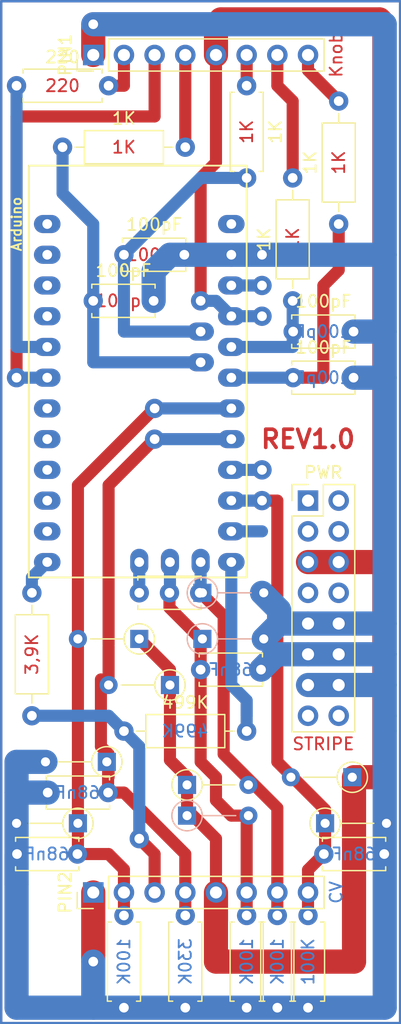
<source format=kicad_pcb>
(kicad_pcb (version 20211014) (generator pcbnew)
  (layers (0 "F.Cu" signal) (31 "B.Cu" signal) (34 "B.Paste" user) (35 "F.Paste" user) (36 "B.SilkS" user "B.Silkscreen") (37 "F.SilkS" user "F.Silkscreen") (38 "B.Mask" user) (39 "F.Mask" user) (44 "Edge.Cuts" user))
  (net 0 "")
  (footprint "Capacitor_THT:C_Disc_D5.0mm_W2.5mm_P5.00mm" (layer "F.Cu") (at 107.95 97.79)
    (fp_text reference "68nF" hide)
    (fp_text value "C" hide)
    (fp_text user "${REFERENCE}" (at 2.5 0) (layer "B.Cu") (effects (justify mirror)))
    (fp_line (start 5.12 1.055) (end 5.12 1.37) (layer "F.SilkS") (width 0.12))
    (fp_line (start -0.12 1.37) (end 5.12 1.37) (layer "F.SilkS") (width 0.12))
    (fp_line (start -0.12 -1.37) (end 5.12 -1.37) (layer "F.SilkS") (width 0.12))
    (fp_line (start -0.12 1.055) (end -0.12 1.37) (layer "F.SilkS") (width 0.12))
    (fp_line (start -0.12 -1.37) (end -0.12 -1.055) (layer "F.SilkS") (width 0.12))
    (fp_line (start 5.12 -1.37) (end 5.12 -1.055) (layer "F.SilkS") (width 0.12))
    (pad "1" thru_hole circle (at 0 0) (size 1.6 1.6) (drill 0.8) (layers *.Cu *.Mask))
    (pad "2" thru_hole circle (at 5 0) (size 1.6 1.6) (drill 0.8) (layers *.Cu *.Mask))
  )
  (footprint "" (layer "F.Cu") (at 107.95 67.31)
    (fp_text reference "" (at 0 0) (layer "F.SilkS") (effects (font (size 1.27 1.27))))
    (fp_text value "" (at 0 0) (layer "F.SilkS") (effects (font (size 1.27 1.27))))
    (pad "" thru_hole circle (at 0 0) (size 1.6 1.6) (drill 0.8) (layers *.Cu *.Mask))
  )
  (footprint "Resistor_THT:R_Axial_DIN0207_L6.3mm_D2.5mm_P10.16mm_Horizontal" (layer "F.Cu") (at 101.6 102.87)
    (fp_text reference "499K" (at 5.08 -2.37) (layer "F.SilkS"))
    (fp_text value "R")
    (fp_text user "${REFERENCE}" (at 5.08 0) (layer "B.Cu") (effects (justify mirror)))
    (fp_line (start 8.35 -1.37) (end 1.81 -1.37) (layer "F.SilkS") (width 0.12))
    (fp_line (start 1.81 -1.37) (end 1.81 1.37) (layer "F.SilkS") (width 0.12))
    (fp_line (start 1.81 1.37) (end 8.35 1.37) (layer "F.SilkS") (width 0.12))
    (fp_line (start 1.04 0) (end 1.81 0) (layer "F.SilkS") (width 0.12))
    (fp_line (start 9.12 0) (end 8.35 0) (layer "F.SilkS") (width 0.12))
    (fp_line (start 8.35 1.37) (end 8.35 -1.37) (layer "F.SilkS") (width 0.12))
    (pad "1" thru_hole circle (at 0 0) (size 1.6 1.6) (drill 0.8) (layers *.Cu *.Mask))
    (pad "2" thru_hole oval (at 10.16 0) (size 1.6 1.6) (drill 0.8) (layers *.Cu *.Mask))
  )
  (footprint "Diode_THT:D_DO-34_SOD68_P5.08mm_Vertical_AnodeUp" (layer "F.Cu") (at 105.41 99.06 180)
    (fp_text reference ">" hide)
    (fp_text value "D" hide)
    (fp_line (start 1.25566 0) (end 4.03 0) (layer "F.SilkS") (width 0.12))
    (fp_circle (center 0 0) (end 1.25566 0) (layer "F.SilkS") (width 0.12) (fill none))
    (pad "1" thru_hole rect (at 0 0 180) (size 1.5 1.5) (drill 0.75) (layers *.Cu *.Mask))
    (pad "2" thru_hole oval (at 5.08 0 180) (size 1.5 1.5) (drill 0.75) (layers *.Cu *.Mask))
  )
  (footprint "" (layer "F.Cu") (at 113.03 83.82)
    (fp_text reference "" (at 0 0) (layer "F.SilkS") (effects (font (size 1.27 1.27))))
    (fp_text value "" (at 0 0) (layer "F.SilkS") (effects (font (size 1.27 1.27))))
    (pad "" thru_hole circle (at 0 0) (size 1.6 1.6) (drill 0.8) (layers *.Cu *.Mask))
  )
  (footprint "Resistor_THT:R_Axial_DIN0207_L6.3mm_D2.5mm_P10.16mm_Horizontal" (layer "F.Cu") (at 119.38 60.96 90)
    (fp_text reference "1K" (at 5.08 -2.37 90) (layer "F.SilkS"))
    (fp_text value "R")
    (fp_text user "${REFERENCE}" (at 5.08 0 90) (layer "F.Cu"))
    (fp_line (start 1.81 1.37) (end 8.35 1.37) (layer "F.SilkS") (width 0.12))
    (fp_line (start 8.35 1.37) (end 8.35 -1.37) (layer "F.SilkS") (width 0.12))
    (fp_line (start 1.04 0) (end 1.81 0) (layer "F.SilkS") (width 0.12))
    (fp_line (start 9.12 0) (end 8.35 0) (layer "F.SilkS") (width 0.12))
    (fp_line (start 1.81 -1.37) (end 1.81 1.37) (layer "F.SilkS") (width 0.12))
    (fp_line (start 8.35 -1.37) (end 1.81 -1.37) (layer "F.SilkS") (width 0.12))
    (pad "1" thru_hole circle (at 0 0 90) (size 1.6 1.6) (drill 0.8) (layers *.Cu *.Mask))
    (pad "2" thru_hole oval (at 10.16 0 90) (size 1.6 1.6) (drill 0.8) (layers *.Cu *.Mask))
  )
  (footprint "Diode_THT:D_DO-34_SOD68_P5.08mm_Vertical_AnodeUp" (layer "F.Cu") (at 97.79 110.49 180)
    (fp_text reference ">" hide)
    (fp_text value "D" hide)
    (fp_line (start 1.25566 0) (end 4.03 0) (layer "F.SilkS") (width 0.12))
    (fp_circle (center 0 0) (end 1.25566 0) (layer "F.SilkS") (width 0.12) (fill none))
    (pad "1" thru_hole rect (at 0 0 180) (size 1.5 1.5) (drill 0.75) (layers *.Cu *.Mask))
    (pad "2" thru_hole oval (at 5.08 0 180) (size 1.5 1.5) (drill 0.75) (layers *.Cu *.Mask))
  )
  (footprint "Diode_THT:D_DO-34_SOD68_P5.08mm_Vertical_AnodeUp" (layer "F.Cu") (at 120.50467 106.68 180)
    (fp_text reference ">" hide)
    (fp_text value "D" hide)
    (fp_line (start 1.25566 0) (end 4.03 0) (layer "F.SilkS") (width 0.12))
    (fp_circle (center 0 0) (end 1.25566 0) (layer "F.SilkS") (width 0.12) (fill none))
    (pad "1" thru_hole rect (at 0 0 180) (size 1.5 1.5) (drill 0.75) (layers *.Cu *.Mask))
    (pad "2" thru_hole oval (at 5.08 0 180) (size 1.5 1.5) (drill 0.75) (layers *.Cu *.Mask))
  )
  (footprint "Diode_THT:D_DO-34_SOD68_P5.08mm_Vertical_AnodeUp" (layer "F.Cu") (at 102.87 95.25 180)
    (fp_text reference ">" hide)
    (fp_text value "D" hide)
    (fp_line (start 1.25566 0) (end 4.03 0) (layer "F.SilkS") (width 0.12))
    (fp_circle (center 0 0) (end 1.25566 0) (layer "F.SilkS") (width 0.12) (fill none))
    (pad "1" thru_hole rect (at 0 0 180) (size 1.5 1.5) (drill 0.75) (layers *.Cu *.Mask))
    (pad "2" thru_hole oval (at 5.08 0 180) (size 1.5 1.5) (drill 0.75) (layers *.Cu *.Mask))
  )
  (footprint "Resistor_THT:R_Axial_DIN0207_L6.3mm_D2.5mm_P10.16mm_Horizontal" (layer "F.Cu") (at 93.98 101.6 90)
    (fp_text reference "3,9K" hide)
    (fp_text value "R")
    (fp_text user "${REFERENCE}" (at 5.08 0 90) (layer "F.Cu"))
    (fp_line (start 1.81 1.37) (end 8.35 1.37) (layer "F.SilkS") (width 0.12))
    (fp_line (start 9.12 0) (end 8.35 0) (layer "F.SilkS") (width 0.12))
    (fp_line (start 8.35 -1.37) (end 1.81 -1.37) (layer "F.SilkS") (width 0.12))
    (fp_line (start 1.04 0) (end 1.81 0) (layer "F.SilkS") (width 0.12))
    (fp_line (start 1.81 -1.37) (end 1.81 1.37) (layer "F.SilkS") (width 0.12))
    (fp_line (start 8.35 1.37) (end 8.35 -1.37) (layer "F.SilkS") (width 0.12))
    (pad "1" thru_hole circle (at 0 0 90) (size 1.6 1.6) (drill 0.8) (layers *.Cu *.Mask))
    (pad "2" thru_hole oval (at 10.16 0 90) (size 1.6 1.6) (drill 0.8) (layers *.Cu *.Mask))
  )
  (footprint "Capacitor_THT:C_Disc_D5.0mm_W2.5mm_P5.00mm" (layer "F.Cu") (at 99.06 67.31)
    (fp_text reference "100pF" (at 2.5 -2.5) (layer "F.SilkS"))
    (fp_text value "C")
    (fp_text user "${REFERENCE}" (at 2.5 0) (layer "F.Cu"))
    (fp_line (start -0.12 1.37) (end 5.12 1.37) (layer "F.SilkS") (width 0.12))
    (fp_line (start 5.12 -1.37) (end 5.12 -1.055) (layer "F.SilkS") (width 0.12))
    (fp_line (start -0.12 -1.37) (end 5.12 -1.37) (layer "F.SilkS") (width 0.12))
    (fp_line (start -0.12 1.055) (end -0.12 1.37) (layer "F.SilkS") (width 0.12))
    (fp_line (start 5.12 1.055) (end 5.12 1.37) (layer "F.SilkS") (width 0.12))
    (fp_line (start -0.12 -1.37) (end -0.12 -1.055) (layer "F.SilkS") (width 0.12))
    (pad "1" thru_hole circle (at 0 0) (size 1.6 1.6) (drill 0.8) (layers *.Cu *.Mask))
    (pad "2" thru_hole circle (at 5 0) (size 1.6 1.6) (drill 0.8) (layers *.Cu *.Mask))
  )
  (footprint "" (layer "F.Cu") (at 113.03 63.5)
    (fp_text reference "" (at 0 0) (layer "F.SilkS") (effects (font (size 1.27 1.27))))
    (fp_text value "" (at 0 0) (layer "F.SilkS") (effects (font (size 1.27 1.27))))
    (pad "" thru_hole circle (at 0 0) (size 1.6 1.6) (drill 0.8) (layers *.Cu *.Mask))
  )
  (footprint "Resistor_THT:R_Axial_DIN0207_L6.3mm_D2.5mm_P10.16mm_Horizontal" (layer "F.Cu") (at 96.52 54.61)
    (fp_text reference "1K" (at 5.08 -2.37) (layer "F.SilkS"))
    (fp_text value "R")
    (fp_text user "${REFERENCE}" (at 5.08 0) (layer "F.Cu"))
    (fp_line (start 8.35 -1.37) (end 1.81 -1.37) (layer "F.SilkS") (width 0.12))
    (fp_line (start 9.12 0) (end 8.35 0) (layer "F.SilkS") (width 0.12))
    (fp_line (start 1.81 1.37) (end 8.35 1.37) (layer "F.SilkS") (width 0.12))
    (fp_line (start 1.81 -1.37) (end 1.81 1.37) (layer "F.SilkS") (width 0.12))
    (fp_line (start 8.35 1.37) (end 8.35 -1.37) (layer "F.SilkS") (width 0.12))
    (fp_line (start 1.04 0) (end 1.81 0) (layer "F.SilkS") (width 0.12))
    (pad "1" thru_hole circle (at 0 0) (size 1.6 1.6) (drill 0.8) (layers *.Cu *.Mask))
    (pad "2" thru_hole oval (at 10.16 0) (size 1.6 1.6) (drill 0.8) (layers *.Cu *.Mask))
  )
  (footprint "Diode_THT:D_DO-34_SOD68_P5.08mm_Vertical_AnodeUp" (layer "F.Cu") (at 118.25533 110.49)
    (fp_text reference ">" hide)
    (fp_text value "D" hide)
    (fp_line (start 1.25566 0) (end 4.03 0) (layer "F.SilkS") (width 0.12))
    (fp_circle (center 0 0) (end 1.25566 0) (layer "F.SilkS") (width 0.12) (fill none))
    (pad "1" thru_hole rect (at 0 0) (size 1.5 1.5) (drill 0.75) (layers *.Cu *.Mask))
    (pad "2" thru_hole oval (at 5.08 0) (size 1.5 1.5) (drill 0.75) (layers *.Cu *.Mask))
  )
  (footprint "Resistor_THT:R_Axial_DIN0207_L6.3mm_D2.5mm_P7.62mm_Horizontal" (layer "F.Cu") (at 92.71 49.53)
    (fp_text reference "220" (at 3.81 -2.37) (layer "F.SilkS"))
    (fp_text value "R")
    (fp_text user "${REFERENCE}" (at 3.81 0) (layer "F.Cu"))
    (fp_line (start 0.54 1.04) (end 0.54 1.37) (layer "F.SilkS") (width 0.12))
    (fp_line (start 7.08 1.37) (end 7.08 1.04) (layer "F.SilkS") (width 0.12))
    (fp_line (start 0.54 -1.37) (end 7.08 -1.37) (layer "F.SilkS") (width 0.12))
    (fp_line (start 0.54 -1.04) (end 0.54 -1.37) (layer "F.SilkS") (width 0.12))
    (fp_line (start 7.08 -1.37) (end 7.08 -1.04) (layer "F.SilkS") (width 0.12))
    (fp_line (start 0.54 1.37) (end 7.08 1.37) (layer "F.SilkS") (width 0.12))
    (pad "1" thru_hole circle (at 0 0) (size 1.6 1.6) (drill 0.8) (layers *.Cu *.Mask))
    (pad "2" thru_hole oval (at 7.62 0) (size 1.6 1.6) (drill 0.8) (layers *.Cu *.Mask))
  )
  (footprint "Capacitor_THT:C_Disc_D5.0mm_W2.5mm_P5.00mm" (layer "F.Cu") (at 101.6 63.5)
    (fp_text reference "100pF" (at 2.5 -2.5) (layer "F.SilkS"))
    (fp_text value "C")
    (fp_text user "${REFERENCE}" (at 2.5 0) (layer "F.Cu"))
    (fp_line (start -0.12 -1.37) (end -0.12 -1.055) (layer "F.SilkS") (width 0.12))
    (fp_line (start -0.12 -1.37) (end 5.12 -1.37) (layer "F.SilkS") (width 0.12))
    (fp_line (start -0.12 1.055) (end -0.12 1.37) (layer "F.SilkS") (width 0.12))
    (fp_line (start 5.12 1.055) (end 5.12 1.37) (layer "F.SilkS") (width 0.12))
    (fp_line (start -0.12 1.37) (end 5.12 1.37) (layer "F.SilkS") (width 0.12))
    (fp_line (start 5.12 -1.37) (end 5.12 -1.055) (layer "F.SilkS") (width 0.12))
    (pad "1" thru_hole circle (at 0 0) (size 1.6 1.6) (drill 0.8) (layers *.Cu *.Mask))
    (pad "2" thru_hole circle (at 5 0) (size 1.6 1.6) (drill 0.8) (layers *.Cu *.Mask))
  )
  (footprint "Resistor_THT:R_Axial_DIN0207_L6.3mm_D2.5mm_P7.62mm_Horizontal" (layer "F.Cu") (at 106.68 125.73 90)
    (fp_text reference "330K" hide)
    (fp_text value "R")
    (fp_text user "${REFERENCE}" (at 3.81 0 90) (layer "B.Cu") (effects (justify mirror)))
    (fp_line (start 0.54 -1.04) (end 0.54 -1.37) (layer "F.SilkS") (width 0.12))
    (fp_line (start 0.54 1.37) (end 7.08 1.37) (layer "F.SilkS") (width 0.12))
    (fp_line (start 7.08 1.37) (end 7.08 1.04) (layer "F.SilkS") (width 0.12))
    (fp_line (start 0.54 1.04) (end 0.54 1.37) (layer "F.SilkS") (width 0.12))
    (fp_line (start 7.08 -1.37) (end 7.08 -1.04) (layer "F.SilkS") (width 0.12))
    (fp_line (start 0.54 -1.37) (end 7.08 -1.37) (layer "F.SilkS") (width 0.12))
    (pad "1" thru_hole circle (at 0 0 90) (size 1.6 1.6) (drill 0.8) (layers *.Cu *.Mask))
    (pad "2" thru_hole oval (at 7.62 0 90) (size 1.6 1.6) (drill 0.8) (layers *.Cu *.Mask))
  )
  (footprint "Connector_PinHeader_2.54mm:PinHeader_2x08_P2.54mm_Vertical" (layer "F.Cu") (at 116.84 83.82)
    (fp_text reference "PWR" (at 1.27 -2.33) (layer "F.SilkS"))
    (fp_text value "STRIPE" (at 1.27 20.11) (layer "F.Cu"))
    (fp_line (start -1.33 19.11) (end 3.87 19.11) (layer "F.SilkS") (width 0.12))
    (fp_line (start 1.27 1.27) (end 1.27 -1.33) (layer "F.SilkS") (width 0.12))
    (fp_line (start -1.33 1.27) (end -1.33 19.11) (layer "F.SilkS") (width 0.12))
    (fp_line (start 3.87 -1.33) (end 3.87 19.11) (layer "F.SilkS") (width 0.12))
    (fp_line (start -1.33 1.27) (end 1.27 1.27) (layer "F.SilkS") (width 0.12))
    (fp_line (start -1.33 -1.33) (end 0 -1.33) (layer "F.SilkS") (width 0.12))
    (fp_line (start 1.27 -1.33) (end 3.87 -1.33) (layer "F.SilkS") (width 0.12))
    (fp_line (start -1.33 0) (end -1.33 -1.33) (layer "F.SilkS") (width 0.12))
    (pad "1" thru_hole rect (at 0 0) (size 1.7 1.7) (drill 1) (layers *.Cu *.Mask))
    (pad "2" thru_hole oval (at 2.54 0) (size 1.7 1.7) (drill 1) (layers *.Cu *.Mask))
    (pad "3" thru_hole oval (at 0 2.54) (size 1.7 1.7) (drill 1) (layers *.Cu *.Mask))
    (pad "4" thru_hole oval (at 2.54 2.54) (size 1.7 1.7) (drill 1) (layers *.Cu *.Mask))
    (pad "5" thru_hole oval (at 0 5.08) (size 1.7 1.7) (drill 1) (layers *.Cu *.Mask))
    (pad "6" thru_hole oval (at 2.54 5.08) (size 1.7 1.7) (drill 1) (layers *.Cu *.Mask))
    (pad "7" thru_hole oval (at 0 7.62) (size 1.7 1.7) (drill 1) (layers *.Cu *.Mask))
    (pad "8" thru_hole oval (at 2.54 7.62) (size 1.7 1.7) (drill 1) (layers *.Cu *.Mask))
    (pad "9" thru_hole oval (at 0 10.16) (size 1.7 1.7) (drill 1) (layers *.Cu *.Mask))
    (pad "10" thru_hole oval (at 2.54 10.16) (size 1.7 1.7) (drill 1) (layers *.Cu *.Mask))
    (pad "11" thru_hole oval (at 0 12.7) (size 1.7 1.7) (drill 1) (layers *.Cu *.Mask))
    (pad "12" thru_hole oval (at 2.54 12.7) (size 1.7 1.7) (drill 1) (layers *.Cu *.Mask))
    (pad "13" thru_hole oval (at 0 15.24) (size 1.7 1.7) (drill 1) (layers *.Cu *.Mask))
    (pad "14" thru_hole oval (at 2.54 15.24) (size 1.7 1.7) (drill 1) (layers *.Cu *.Mask))
    (pad "15" thru_hole oval (at 0 17.78) (size 1.7 1.7) (drill 1) (layers *.Cu *.Mask))
    (pad "16" thru_hole oval (at 2.54 17.78) (size 1.7 1.7) (drill 1) (layers *.Cu *.Mask))
  )
  (footprint "" (layer "F.Cu") (at 113.03 68.58)
    (fp_text reference "" (at 0 0) (layer "F.SilkS") (effects (font (size 1.27 1.27))))
    (fp_text value "" (at 0 0) (layer "F.SilkS") (effects (font (size 1.27 1.27))))
    (pad "" thru_hole circle (at 0 0) (size 1.6 1.6) (drill 0.8) (layers *.Cu *.Mask))
  )
  (footprint "" (layer "F.Cu") (at 104.14 76.2)
    (fp_text reference "" (at 0 0) (layer "F.SilkS") (effects (font (size 1.27 1.27))))
    (fp_text value "" (at 0 0) (layer "F.SilkS") (effects (font (size 1.27 1.27))))
    (pad "" thru_hole circle (at 0 0) (size 1.6 1.6) (drill 0.8) (layers *.Cu *.Mask))
  )
  (footprint "" (layer "F.Cu") (at 92.71 73.66)
    (fp_text reference "" (at 0 0) (layer "F.SilkS") (effects (font (size 1.27 1.27))))
    (fp_text value "" (at 0 0) (layer "F.SilkS") (effects (font (size 1.27 1.27))))
    (pad "" thru_hole circle (at 0 0) (size 1.6 1.6) (drill 0.8) (layers *.Cu *.Mask))
  )
  (footprint "Capacitor_THT:C_Disc_D5.0mm_W2.5mm_P5.00mm" (layer "F.Cu") (at 92.75 113.03)
    (fp_text reference "68nF" hide)
    (fp_text value "C")
    (fp_text user "${REFERENCE}" (at 2.5 0) (layer "B.Cu") (effects (justify mirror)))
    (fp_line (start -0.12 -1.37) (end 5.12 -1.37) (layer "F.SilkS") (width 0.12))
    (fp_line (start 5.12 1.055) (end 5.12 1.37) (layer "F.SilkS") (width 0.12))
    (fp_line (start -0.12 -1.37) (end -0.12 -1.055) (layer "F.SilkS") (width 0.12))
    (fp_line (start 5.12 -1.37) (end 5.12 -1.055) (layer "F.SilkS") (width 0.12))
    (fp_line (start -0.12 1.37) (end 5.12 1.37) (layer "F.SilkS") (width 0.12))
    (fp_line (start -0.12 1.055) (end -0.12 1.37) (layer "F.SilkS") (width 0.12))
    (pad "1" thru_hole circle (at 0 0) (size 1.6 1.6) (drill 0.8) (layers *.Cu *.Mask))
    (pad "2" thru_hole circle (at 5 0) (size 1.6 1.6) (drill 0.8) (layers *.Cu *.Mask))
  )
  (footprint "Connector_PinHeader_2.54mm:PinHeader_1x08_P2.54mm_Vertical" (layer "F.Cu") (at 99.06 116.205 90)
    (fp_text reference "PIN2" (at 0 -2.33 90) (layer "F.SilkS"))
    (fp_text value "CV" (at 0 20.11 90) (layer "B.Cu"))
    (fp_line (start -1.33 1.27) (end 1.33 1.27) (layer "F.SilkS") (width 0.12))
    (fp_line (start 1.33 1.27) (end 1.33 19.11) (layer "F.SilkS") (width 0.12))
    (fp_line (start -1.33 -1.33) (end 0 -1.33) (layer "F.SilkS") (width 0.12))
    (fp_line (start -1.33 1.27) (end -1.33 19.11) (layer "F.SilkS") (width 0.12))
    (fp_line (start -1.33 0) (end -1.33 -1.33) (layer "F.SilkS") (width 0.12))
    (fp_line (start -1.33 19.11) (end 1.33 19.11) (layer "F.SilkS") (width 0.12))
    (pad "1" thru_hole rect (at 0 0 90) (size 1.7 1.7) (drill 1) (layers *.Cu *.Mask))
    (pad "2" thru_hole oval (at 0 2.54 90) (size 1.7 1.7) (drill 1) (layers *.Cu *.Mask))
    (pad "3" thru_hole oval (at 0 5.08 90) (size 1.7 1.7) (drill 1) (layers *.Cu *.Mask))
    (pad "4" thru_hole oval (at 0 7.62 90) (size 1.7 1.7) (drill 1) (layers *.Cu *.Mask))
    (pad "5" thru_hole oval (at 0 10.16 90) (size 1.7 1.7) (drill 1) (layers *.Cu *.Mask))
    (pad "6" thru_hole oval (at 0 12.7 90) (size 1.7 1.7) (drill 1) (layers *.Cu *.Mask))
    (pad "7" thru_hole oval (at 0 15.24 90) (size 1.7 1.7) (drill 1) (layers *.Cu *.Mask))
    (pad "8" thru_hole oval (at 0 17.78 90) (size 1.7 1.7) (drill 1) (layers *.Cu *.Mask))
  )
  (footprint "Capacitor_THT:C_Disc_D5.0mm_W2.5mm_P5.00mm" (layer "F.Cu") (at 102.87 91.44)
    (fp_text reference "68nF" hide)
    (fp_text value "C" hide)
    (fp_line (start 5.12 -1.37) (end 5.12 -1.055) (layer "F.SilkS") (width 0.12))
    (fp_line (start -0.12 1.37) (end 5.12 1.37) (layer "F.SilkS") (width 0.12))
    (fp_line (start 5.12 1.055) (end 5.12 1.37) (layer "F.SilkS") (width 0.12))
    (fp_line (start -0.12 1.055) (end -0.12 1.37) (layer "F.SilkS") (width 0.12))
    (fp_line (start -0.12 -1.37) (end -0.12 -1.055) (layer "F.SilkS") (width 0.12))
    (fp_line (start -0.12 -1.37) (end 5.12 -1.37) (layer "F.SilkS") (width 0.12))
    (pad "1" thru_hole circle (at 0 0) (size 1.6 1.6) (drill 0.8) (layers *.Cu *.Mask))
    (pad "2" thru_hole circle (at 5 0) (size 1.6 1.6) (drill 0.8) (layers *.Cu *.Mask))
  )
  (footprint "Capacitor_THT:C_Disc_D5.0mm_W2.5mm_P5.00mm" (layer "F.Cu") (at 115.61 73.66)
    (fp_text reference "100pF" (at 2.5 -2.5) (layer "F.SilkS"))
    (fp_text value "C")
    (fp_text user "${REFERENCE}" (at 2.5 0) (layer "B.Cu") (effects (justify mirror)))
    (fp_line (start -0.12 -1.37) (end -0.12 -1.055) (layer "F.SilkS") (width 0.12))
    (fp_line (start -0.12 1.055) (end -0.12 1.37) (layer "F.SilkS") (width 0.12))
    (fp_line (start -0.12 1.37) (end 5.12 1.37) (layer "F.SilkS") (width 0.12))
    (fp_line (start 5.12 1.055) (end 5.12 1.37) (layer "F.SilkS") (width 0.12))
    (fp_line (start -0.12 -1.37) (end 5.12 -1.37) (layer "F.SilkS") (width 0.12))
    (fp_line (start 5.12 -1.37) (end 5.12 -1.055) (layer "F.SilkS") (width 0.12))
    (pad "1" thru_hole circle (at 0 0) (size 1.6 1.6) (drill 0.8) (layers *.Cu *.Mask))
    (pad "2" thru_hole circle (at 5 0) (size 1.6 1.6) (drill 0.8) (layers *.Cu *.Mask))
  )
  (footprint "" (layer "F.Cu") (at 104.14 78.74)
    (fp_text reference "" (at 0 0) (layer "F.SilkS") (effects (font (size 1.27 1.27))))
    (fp_text value "" (at 0 0) (layer "F.SilkS") (effects (font (size 1.27 1.27))))
    (pad "" thru_hole circle (at 0 0) (size 1.6 1.6) (drill 0.8) (layers *.Cu *.Mask))
  )
  (footprint "" (layer "F.Cu") (at 113.03 81.28)
    (fp_text reference "" (at 0 0) (layer "F.SilkS") (effects (font (size 1.27 1.27))))
    (fp_text value "" (at 0 0) (layer "F.SilkS") (effects (font (size 1.27 1.27))))
    (pad "" thru_hole circle (at 0 0) (size 1.6 1.6) (drill 0.8) (layers *.Cu *.Mask))
  )
  (footprint "Resistor_THT:R_Axial_DIN0207_L6.3mm_D2.5mm_P7.62mm_Horizontal" (layer "F.Cu") (at 111.76 49.53 -90)
    (fp_text reference "1K" (at 3.81 -2.37 90) (layer "F.SilkS"))
    (fp_text value "R")
    (fp_text user "${REFERENCE}" (at 3.81 0 90) (layer "F.Cu"))
    (fp_line (start 7.08 1.37) (end 7.08 1.04) (layer "F.SilkS") (width 0.12))
    (fp_line (start 0.54 1.37) (end 7.08 1.37) (layer "F.SilkS") (width 0.12))
    (fp_line (start 0.54 -1.37) (end 7.08 -1.37) (layer "F.SilkS") (width 0.12))
    (fp_line (start 7.08 -1.37) (end 7.08 -1.04) (layer "F.SilkS") (width 0.12))
    (fp_line (start 0.54 -1.04) (end 0.54 -1.37) (layer "F.SilkS") (width 0.12))
    (fp_line (start 0.54 1.04) (end 0.54 1.37) (layer "F.SilkS") (width 0.12))
    (pad "1" thru_hole circle (at 0 0 270) (size 1.6 1.6) (drill 0.8) (layers *.Cu *.Mask))
    (pad "2" thru_hole oval (at 7.62 0 270) (size 1.6 1.6) (drill 0.8) (layers *.Cu *.Mask))
  )
  (footprint "Capacitor_THT:C_Disc_D5.0mm_W2.5mm_P5.00mm" (layer "F.Cu") (at 118.15 113.03)
    (fp_text reference "68nF" hide)
    (fp_text value "C")
    (fp_text user "${REFERENCE}" (at 2.5 0) (layer "B.Cu") (effects (justify mirror)))
    (fp_line (start -0.12 1.37) (end 5.12 1.37) (layer "F.SilkS") (width 0.12))
    (fp_line (start 5.12 1.055) (end 5.12 1.37) (layer "F.SilkS") (width 0.12))
    (fp_line (start -0.12 1.055) (end -0.12 1.37) (layer "F.SilkS") (width 0.12))
    (fp_line (start -0.12 -1.37) (end 5.12 -1.37) (layer "F.SilkS") (width 0.12))
    (fp_line (start -0.12 -1.37) (end -0.12 -1.055) (layer "F.SilkS") (width 0.12))
    (fp_line (start 5.12 -1.37) (end 5.12 -1.055) (layer "F.SilkS") (width 0.12))
    (pad "1" thru_hole circle (at 0 0) (size 1.6 1.6) (drill 0.8) (layers *.Cu *.Mask))
    (pad "2" thru_hole circle (at 5 0) (size 1.6 1.6) (drill 0.8) (layers *.Cu *.Mask))
  )
  (footprint "Resistor_THT:R_Axial_DIN0207_L6.3mm_D2.5mm_P7.62mm_Horizontal" (layer "F.Cu") (at 111.76 125.73 90)
    (fp_text reference "100K" hide)
    (fp_text value "R")
    (fp_text user "${REFERENCE}" (at 3.81 0 90) (layer "B.Cu") (effects (justify mirror)))
    (fp_line (start 7.08 -1.37) (end 7.08 -1.04) (layer "F.SilkS") (width 0.12))
    (fp_line (start 0.54 -1.04) (end 0.54 -1.37) (layer "F.SilkS") (width 0.12))
    (fp_line (start 7.08 1.37) (end 7.08 1.04) (layer "F.SilkS") (width 0.12))
    (fp_line (start 0.54 1.04) (end 0.54 1.37) (layer "F.SilkS") (width 0.12))
    (fp_line (start 0.54 -1.37) (end 7.08 -1.37) (layer "F.SilkS") (width 0.12))
    (fp_line (start 0.54 1.37) (end 7.08 1.37) (layer "F.SilkS") (width 0.12))
    (pad "1" thru_hole circle (at 0 0 90) (size 1.6 1.6) (drill 0.8) (layers *.Cu *.Mask))
    (pad "2" thru_hole oval (at 7.62 0 90) (size 1.6 1.6) (drill 0.8) (layers *.Cu *.Mask))
  )
  (footprint "Resistor_THT:R_Axial_DIN0207_L6.3mm_D2.5mm_P7.62mm_Horizontal" (layer "F.Cu") (at 114.3 125.73 90)
    (fp_text reference "100K" hide)
    (fp_text value "R")
    (fp_text user "${REFERENCE}" (at 3.81 0 90) (layer "B.Cu") (effects (justify mirror)))
    (fp_line (start 7.08 -1.37) (end 7.08 -1.04) (layer "F.SilkS") (width 0.12))
    (fp_line (start 0.54 1.37) (end 7.08 1.37) (layer "F.SilkS") (width 0.12))
    (fp_line (start 7.08 1.37) (end 7.08 1.04) (layer "F.SilkS") (width 0.12))
    (fp_line (start 0.54 -1.04) (end 0.54 -1.37) (layer "F.SilkS") (width 0.12))
    (fp_line (start 0.54 -1.37) (end 7.08 -1.37) (layer "F.SilkS") (width 0.12))
    (fp_line (start 0.54 1.04) (end 0.54 1.37) (layer "F.SilkS") (width 0.12))
    (pad "1" thru_hole circle (at 0 0 90) (size 1.6 1.6) (drill 0.8) (layers *.Cu *.Mask))
    (pad "2" thru_hole oval (at 7.62 0 90) (size 1.6 1.6) (drill 0.8) (layers *.Cu *.Mask))
  )
  (footprint "Resistor_THT:R_Axial_DIN0207_L6.3mm_D2.5mm_P7.62mm_Horizontal" (layer "F.Cu") (at 116.84 125.73 90)
    (fp_text reference "100K" hide)
    (fp_text value "R")
    (fp_text user "${REFERENCE}" (at 3.81 0 90) (layer "B.Cu"))
    (fp_line (start 7.08 -1.37) (end 7.08 -1.04) (layer "F.SilkS") (width 0.12))
    (fp_line (start 0.54 -1.37) (end 7.08 -1.37) (layer "F.SilkS") (width 0.12))
    (fp_line (start 0.54 1.04) (end 0.54 1.37) (layer "F.SilkS") (width 0.12))
    (fp_line (start 0.54 -1.04) (end 0.54 -1.37) (layer "F.SilkS") (width 0.12))
    (fp_line (start 0.54 1.37) (end 7.08 1.37) (layer "F.SilkS") (width 0.12))
    (fp_line (start 7.08 1.37) (end 7.08 1.04) (layer "F.SilkS") (width 0.12))
    (pad "1" thru_hole circle (at 0 0 90) (size 1.6 1.6) (drill 0.8) (layers *.Cu *.Mask))
    (pad "2" thru_hole oval (at 7.62 0 90) (size 1.6 1.6) (drill 0.8) (layers *.Cu *.Mask))
  )
  (footprint "" (layer "F.Cu") (at 113.03 66.04)
    (fp_text reference "" (at 0 0) (layer "F.SilkS") (effects (font (size 1.27 1.27))))
    (fp_text value "" (at 0 0) (layer "F.SilkS") (effects (font (size 1.27 1.27))))
    (pad "" thru_hole circle (at 0 0) (size 1.6 1.6) (drill 0.8) (layers *.Cu *.Mask))
  )
  (footprint "Capacitor_THT:C_Disc_D5.0mm_W2.5mm_P5.00mm" (layer "F.Cu") (at 95.29 107.95)
    (fp_text reference "68nF" hide)
    (fp_text value "C" hide)
    (fp_text user "${REFERENCE}" (at 2.5 0) (layer "B.Cu") (effects (justify mirror)))
    (fp_line (start 5.12 -1.37) (end 5.12 -1.055) (layer "F.SilkS") (width 0.12))
    (fp_line (start -0.12 -1.37) (end 5.12 -1.37) (layer "F.SilkS") (width 0.12))
    (fp_line (start -0.12 1.055) (end -0.12 1.37) (layer "F.SilkS") (width 0.12))
    (fp_line (start -0.12 1.37) (end 5.12 1.37) (layer "F.SilkS") (width 0.12))
    (fp_line (start 5.12 1.055) (end 5.12 1.37) (layer "F.SilkS") (width 0.12))
    (fp_line (start -0.12 -1.37) (end -0.12 -1.055) (layer "F.SilkS") (width 0.12))
    (pad "1" thru_hole circle (at 0 0) (size 1.6 1.6) (drill 0.8) (layers *.Cu *.Mask))
    (pad "2" thru_hole circle (at 5 0) (size 1.6 1.6) (drill 0.8) (layers *.Cu *.Mask))
  )
  (footprint "" (layer "F.Cu") (at 99.06 44.45)
    (fp_text reference "" (at 0 0) (layer "F.SilkS") (effects (font (size 1.27 1.27))))
    (fp_text value "" (at 0 0) (layer "F.SilkS") (effects (font (size 1.27 1.27))))
    (pad "" thru_hole circle (at 0 0) (size 1.6 1.6) (drill 0.8) (layers *.Cu *.Mask))
  )
  (footprint "" (layer "F.Cu") (at 105.37 91.44)
    (fp_text reference "" (at 0 0) (layer "F.SilkS") (effects (font (size 1.27 1.27))))
    (fp_text value "" (at 0 0) (layer "F.SilkS") (effects (font (size 1.27 1.27))))
    (pad "" thru_hole circle (at 0 0) (size 1.6 1.6) (drill 0.8) (layers *.Cu *.Mask))
  )
  (footprint "Diode_THT:D_DO-34_SOD68_P5.08mm_Vertical_AnodeUp" (layer "F.Cu") (at 100.18467 105.41 180)
    (fp_text reference ">" hide)
    (fp_text value "D" hide)
    (fp_line (start 1.25566 0) (end 4.03 0) (layer "F.SilkS") (width 0.12))
    (fp_circle (center 0 0) (end 1.25566 0) (layer "F.SilkS") (width 0.12) (fill none))
    (pad "1" thru_hole rect (at 0 0 180) (size 1.5 1.5) (drill 0.75) (layers *.Cu *.Mask))
    (pad "2" thru_hole oval (at 5.08 0 180) (size 1.5 1.5) (drill 0.75) (layers *.Cu *.Mask))
  )
  (footprint "Resistor_THT:R_Axial_DIN0207_L6.3mm_D2.5mm_P7.62mm_Horizontal" (layer "F.Cu") (at 101.6 125.73 90)
    (fp_text reference "100K" hide)
    (fp_text value "R")
    (fp_text user "${REFERENCE}" (at 3.81 0 90) (layer "B.Cu") (effects (justify mirror)))
    (fp_line (start 0.54 -1.04) (end 0.54 -1.37) (layer "F.SilkS") (width 0.12))
    (fp_line (start 0.54 -1.37) (end 7.08 -1.37) (layer "F.SilkS") (width 0.12))
    (fp_line (start 0.54 1.04) (end 0.54 1.37) (layer "F.SilkS") (width 0.12))
    (fp_line (start 7.08 -1.37) (end 7.08 -1.04) (layer "F.SilkS") (width 0.12))
    (fp_line (start 0.54 1.37) (end 7.08 1.37) (layer "F.SilkS") (width 0.12))
    (fp_line (start 7.08 1.37) (end 7.08 1.04) (layer "F.SilkS") (width 0.12))
    (pad "1" thru_hole circle (at 0 0 90) (size 1.6 1.6) (drill 0.8) (layers *.Cu *.Mask))
    (pad "2" thru_hole oval (at 7.62 0 90) (size 1.6 1.6) (drill 0.8) (layers *.Cu *.Mask))
  )
  (footprint "MCUs:pro_mini2" (layer "F.Cu") (at 102.87 74.93 -90)
    (fp_text reference "Arduino" (at -13.97 10.16 90) (layer "F.SilkS") (effects (font (size 0.8 0.8) (thickness 0.16))))
    (fp_text value "ProMini" hide)
    (fp_line (start -18.796 -8.89) (end -18.796 9.144) (layer "F.SilkS") (width 0.15))
    (fp_line (start 15.24 9.144) (end -18.796 9.144) (layer "F.SilkS") (width 0.15))
    (fp_line (start -18.796 -8.89) (end 15.24 -8.89) (layer "F.SilkS") (width 0.15))
    (fp_line (start 15.24 9.144) (end 15.24 -8.89) (layer "F.SilkS") (width 0.15))
    (pad "2" thru_hole oval (at -3.81 7.62 270) (size 1.50114 2.19964) (drill 0.8001) (layers *.Cu *.Mask))
    (pad "3" thru_hole oval (at -1.27 7.62 270) (size 1.50114 2.19964) (drill 0.8001) (layers *.Cu *.Mask))
    (pad "4" thru_hole oval (at 1.27 7.62 270) (size 1.50114 2.19964) (drill 0.8001) (layers *.Cu *.Mask))
    (pad "5" thru_hole oval (at 3.81 7.62 270) (size 1.50114 2.19964) (drill 0.8001) (layers *.Cu *.Mask))
    (pad "6" thru_hole oval (at 6.35 7.62 270) (size 1.50114 2.19964) (drill 0.8001) (layers *.Cu *.Mask))
    (pad "7" thru_hole oval (at 8.89 7.62 270) (size 1.50114 2.19964) (drill 0.8001) (layers *.Cu *.Mask))
    (pad "8" thru_hole oval (at 11.43 7.62 270) (size 1.50114 2.19964) (drill 0.8001) (layers *.Cu *.Mask))
    (pad "9" thru_hole oval (at 13.97 7.62 270) (size 1.50114 2.19964) (drill 0.8001) (layers *.Cu *.Mask))
    (pad "10" thru_hole oval (at 13.97 -7.62 270) (size 1.50114 2.19964) (drill 0.8001) (layers *.Cu *.Mask))
    (pad "11" thru_hole oval (at 11.43 -7.62 270) (size 1.50114 2.19964) (drill 0.8001) (layers *.Cu *.Mask))
    (pad "12" thru_hole oval (at 8.89 -7.62 270) (size 1.50114 2.19964) (drill 0.8001) (layers *.Cu *.Mask))
    (pad "13" thru_hole oval (at 6.35 -7.62 270) (size 1.50114 2.19964) (drill 0.8001) (layers *.Cu *.Mask))
    (pad "A0" thru_hole oval (at 3.81 -7.62 270) (size 1.50114 2.19964) (drill 0.8001) (layers *.Cu *.Mask))
    (pad "A1" thru_hole oval (at 1.27 -7.62 270) (size 1.50114 2.19964) (drill 0.8001) (layers *.Cu *.Mask))
    (pad "A2" thru_hole oval (at -1.27 -7.62 270) (size 1.50114 2.19964) (drill 0.8001) (layers *.Cu *.Mask))
    (pad "A3" thru_hole oval (at -3.81 -7.62 270) (size 1.50114 2.19964) (drill 0.8001) (layers *.Cu *.Mask))
    (pad "A4" thru_hole oval (at -2.54 -5.08 270) (size 1.50114 2.19964) (drill 0.8001) (layers *.Cu *.Mask))
    (pad "A5" thru_hole oval (at -5.08 -5.08 270) (size 1.50114 2.19964) (drill 0.8001) (layers *.Cu *.Mask))
    (pad "A6" thru_hole oval (at 13.97 -2.54 270) (size 2.19964 1.50114) (drill 0.8001) (layers *.Cu *.Mask))
    (pad "A7" thru_hole oval (at 13.97 -5.08 270) (size 2.19964 1.50114) (drill 0.8001) (layers *.Cu *.Mask))
    (pad "GND" thru_hole oval (at 13.97 0 270) (size 2.19964 1.50114) (drill 0.8001) (layers *.Cu *.Mask))
    (pad "GND" thru_hole oval (at -6.35 7.62 270) (size 1.50114 2.19964) (drill 0.8001) (layers *.Cu *.Mask))
    (pad "GND" thru_hole oval (at -11.43 -7.62 270) (size 1.50114 2.19964) (drill 0.8001) (layers *.Cu *.Mask))
    (pad "RAW" thru_hole oval (at -13.97 -7.62 270) (size 1.50114 2.19964) (drill 0.8001) (layers *.Cu *.Mask))
    (pad "RST" thru_hole oval (at -8.89 -7.62 270) (size 1.50114 2.19964) (drill 0.8001) (layers *.Cu *.Mask))
    (pad "RST" thru_hole oval (at -8.89 7.62 270) (size 1.50114 2.19964) (drill 0.8001) (layers *.Cu *.Mask))
    (pad "RXI" thru_hole oval (at -11.43 7.62 270) (size 1.50114 2.19964) (drill 0.8001) (layers *.Cu *.Mask))
    (pad "TXO" thru_hole oval (at -13.97 7.62 270) (size 1.50114 2.19964) (drill 0.8001) (layers *.Cu *.Mask))
    (pad "VCC" thru_hole oval (at -6.35 -7.62 270) (size 1.50114 2.19964) (drill 0.8001) (layers *.Cu *.Mask))
  )
  (footprint "" (layer "F.Cu") (at 99.06 121.92)
    (fp_text reference "" (at 0 0) (layer "F.SilkS") (effects (font (size 1.27 1.27))))
    (fp_text value "" (at 0 0) (layer "F.SilkS") (effects (font (size 1.27 1.27))))
    (pad "" thru_hole circle (at 0 0) (size 1.6 1.6) (drill 0.8) (layers *.Cu *.Mask))
  )
  (footprint "" (layer "F.Cu") (at 102.87 111.76)
    (fp_text reference "" (at 0 0) (layer "F.SilkS") (effects (font (size 1.27 1.27))))
    (fp_text value "" (at 0 0) (layer "F.SilkS") (effects (font (size 1.27 1.27))))
    (pad "" thru_hole circle (at 0 0) (size 1.6 1.6) (drill 0.8) (layers *.Cu *.Mask))
  )
  (footprint "Connector_PinHeader_2.54mm:PinHeader_1x08_P2.54mm_Vertical" (layer "F.Cu") (at 99.06 46.99 90)
    (fp_text reference "PIN1" (at 0 -2.33 90) (layer "F.SilkS"))
    (fp_text value "Knob" (at 0 20.11 90) (layer "F.Cu"))
    (fp_line (start -1.33 1.27) (end 1.33 1.27) (layer "F.SilkS") (width 0.12))
    (fp_line (start -1.33 19.11) (end 1.33 19.11) (layer "F.SilkS") (width 0.12))
    (fp_line (start -1.33 -1.33) (end 0 -1.33) (layer "F.SilkS") (width 0.12))
    (fp_line (start 1.33 1.27) (end 1.33 19.11) (layer "F.SilkS") (width 0.12))
    (fp_line (start -1.33 0) (end -1.33 -1.33) (layer "F.SilkS") (width 0.12))
    (fp_line (start -1.33 1.27) (end -1.33 19.11) (layer "F.SilkS") (width 0.12))
    (pad "1" thru_hole rect (at 0 0 90) (size 1.7 1.7) (drill 1) (layers *.Cu *.Mask))
    (pad "2" thru_hole oval (at 0 2.54 90) (size 1.7 1.7) (drill 1) (layers *.Cu *.Mask))
    (pad "3" thru_hole oval (at 0 5.08 90) (size 1.7 1.7) (drill 1) (layers *.Cu *.Mask))
    (pad "4" thru_hole oval (at 0 7.62 90) (size 1.7 1.7) (drill 1) (layers *.Cu *.Mask))
    (pad "5" thru_hole oval (at 0 10.16 90) (size 1.7 1.7) (drill 1) (layers *.Cu *.Mask))
    (pad "6" thru_hole oval (at 0 12.7 90) (size 1.7 1.7) (drill 1) (layers *.Cu *.Mask))
    (pad "7" thru_hole oval (at 0 15.24 90) (size 1.7 1.7) (drill 1) (layers *.Cu *.Mask))
    (pad "8" thru_hole oval (at 0 17.78 90) (size 1.7 1.7) (drill 1) (layers *.Cu *.Mask))
  )
  (footprint "Capacitor_THT:C_Disc_D5.0mm_W2.5mm_P5.00mm" (layer "F.Cu") (at 115.61 69.85)
    (fp_text reference "100pF" (at 2.5 -2.5) (layer "F.SilkS"))
    (fp_text value "C")
    (fp_text user "${REFERENCE}" (at 2.5 0) (layer "B.Cu") (effects (justify mirror)))
    (fp_line (start 5.12 -1.37) (end 5.12 -1.055) (layer "F.SilkS") (width 0.12))
    (fp_line (start -0.12 -1.37) (end -0.12 -1.055) (layer "F.SilkS") (width 0.12))
    (fp_line (start -0.12 1.055) (end -0.12 1.37) (layer "F.SilkS") (width 0.12))
    (fp_line (start -0.12 -1.37) (end 5.12 -1.37) (layer "F.SilkS") (width 0.12))
    (fp_line (start -0.12 1.37) (end 5.12 1.37) (layer "F.SilkS") (width 0.12))
    (fp_line (start 5.12 1.055) (end 5.12 1.37) (layer "F.SilkS") (width 0.12))
    (pad "1" thru_hole circle (at 0 0) (size 1.6 1.6) (drill 0.8) (layers *.Cu *.Mask))
    (pad "2" thru_hole circle (at 5 0) (size 1.6 1.6) (drill 0.8) (layers *.Cu *.Mask))
  )
  (footprint "Diode_THT:D_DO-34_SOD68_P5.08mm_Vertical_AnodeUp" (layer "F.Cu") (at 106.82533 107.315)
    (fp_text reference ">" hide)
    (fp_text value "D" hide)
    (fp_line (start 1.25566 0) (end 4.03 0) (layer "F.SilkS") (width 0.12))
    (fp_circle (center 0 0) (end 1.25566 0) (layer "F.SilkS") (width 0.12) (fill none))
    (pad "1" thru_hole rect (at 0 0) (size 1.5 1.5) (drill 0.75) (layers *.Cu *.Mask))
    (pad "2" thru_hole oval (at 5.08 0) (size 1.5 1.5) (drill 0.75) (layers *.Cu *.Mask))
  )
  (footprint "Resistor_THT:R_Axial_DIN0207_L6.3mm_D2.5mm_P10.16mm_Horizontal" (layer "F.Cu") (at 115.57 67.31 90)
    (fp_text reference "1K" (at 5.08 -2.37 90) (layer "F.SilkS"))
    (fp_text value "R")
    (fp_text user "${REFERENCE}" (at 5.08 0 90) (layer "F.Cu"))
    (fp_line (start 8.35 1.37) (end 8.35 -1.37) (layer "F.SilkS") (width 0.12))
    (fp_line (start 1.81 1.37) (end 8.35 1.37) (layer "F.SilkS") (width 0.12))
    (fp_line (start 8.35 -1.37) (end 1.81 -1.37) (layer "F.SilkS") (width 0.12))
    (fp_line (start 9.12 0) (end 8.35 0) (layer "F.SilkS") (width 0.12))
    (fp_line (start 1.04 0) (end 1.81 0) (layer "F.SilkS") (width 0.12))
    (fp_line (start 1.81 -1.37) (end 1.81 1.37) (layer "F.SilkS") (width 0.12))
    (pad "1" thru_hole circle (at 0 0 90) (size 1.6 1.6) (drill 0.8) (layers *.Cu *.Mask))
    (pad "2" thru_hole oval (at 10.16 0 90) (size 1.6 1.6) (drill 0.8) (layers *.Cu *.Mask))
  )
  (footprint "Diode_THT:D_DO-34_SOD68_P5.08mm_Vertical_AnodeUp" (layer "B.Cu") (at 108.09533 95.25)
    (fp_text reference ">" hide)
    (fp_text value "D" hide)
    (fp_line (start 1.25566 0) (end 4.03 0) (layer "B.SilkS") (width 0.12))
    (fp_circle (center 0 0) (end 1.25566 0) (layer "B.SilkS") (width 0.12) (fill none))
    (pad "1" thru_hole rect (at 0 0) (size 1.5 1.5) (drill 0.75) (layers *.Cu *.Mask))
    (pad "2" thru_hole oval (at 5.08 0) (size 1.5 1.5) (drill 0.75) (layers *.Cu *.Mask))
  )
  (footprint "Diode_THT:D_DO-34_SOD68_P5.08mm_Vertical_AnodeUp" (layer "B.Cu") (at 108.09533 91.44)
    (fp_text reference ">" hide)
    (fp_text value "D" hide)
    (fp_line (start 1.25566 0) (end 4.03 0) (layer "B.SilkS") (width 0.12))
    (fp_circle (center 0 0) (end 1.25566 0) (layer "B.SilkS") (width 0.12) (fill none))
    (pad "1" thru_hole rect (at 0 0) (size 1.5 1.5) (drill 0.75) (layers *.Cu *.Mask))
    (pad "2" thru_hole oval (at 5.08 0) (size 1.5 1.5) (drill 0.75) (layers *.Cu *.Mask))
  )
  (footprint "Diode_THT:D_DO-34_SOD68_P5.08mm_Vertical_AnodeUp" (layer "B.Cu") (at 106.82533 109.855)
    (fp_text reference ">" hide)
    (fp_text value "D" hide)
    (fp_line (start 1.25566 0) (end 4.03 0) (layer "B.SilkS") (width 0.12))
    (fp_circle (center 0 0) (end 1.25566 0) (layer "B.SilkS") (width 0.12) (fill none))
    (pad "1" thru_hole rect (at 0 0) (size 1.5 1.5) (drill 0.75) (layers *.Cu *.Mask))
    (pad "2" thru_hole oval (at 5.08 0) (size 1.5 1.5) (drill 0.75) (layers *.Cu *.Mask))
  )
  (gr_line (start 124.46 127) (end 91.44 127) (layer "F.Cu") (width 0.2))
  (gr_line (start 124.46 127) (end 124.46 42.545) (layer "F.Cu") (width 0.2))
  (gr_line (start 91.44 127) (end 91.44 42.545) (layer "F.Cu") (width 0.2))
  (gr_line (start 91.44 42.545) (end 124.46 42.545) (layer "F.Cu") (width 0.2))
  (gr_line (start 124.46 42.545) (end 124.46 127) (layer "B.Cu") (width 0.2))
  (gr_line (start 91.44 127) (end 91.44 42.545) (layer "B.Cu") (width 0.2))
  (gr_line (start 91.44 42.545) (end 124.46 42.545) (layer "B.Cu") (width 0.2))
  (gr_line (start 124.46 127) (end 91.44 127) (layer "B.Cu") (width 0.2))
  (gr_text "REV1.0" (at 116.84 78.74) (layer "F.Cu") (effects (font (size 1.5 1.5) (thickness 0.3))))
  (segment (start 120.65 106.68) (end 123.16048 106.68) (width 2) (layer "F.Cu") (net 0))
  (segment (start 109.855 104.775) (end 109.855 93.345) (width 1) (layer "F.Cu") (net 0))
  (segment (start 114.3 116.205) (end 114.3 109.22) (width 1) (layer "F.Cu") (net 0))
  (segment (start 99.06 46.99) (end 99.06 44.45) (width 2) (layer "F.Cu") (net 0))
  (segment (start 109.22 111.76) (end 106.82533 109.36533) (width 1) (layer "F.Cu") (net 0))
  (segment (start 100.33 113.03) (end 97.75 113.03) (width 1) (layer "F.Cu") (net 0))
  (segment (start 105.41 97.79) (end 102.87 95.25) (width 1) (layer "F.Cu") (net 0))
  (segment (start 97.79 110.720948) (end 97.79 105.179052) (width 1) (layer "F.Cu") (net 0))
  (segment (start 119.38 60.96) (end 119.38 64.77) (width 1) (layer "F.Cu") (net 0))
  (segment (start 101.6 107.95) (end 100.29 107.95) (width 1) (layer "F.Cu") (net 0))
  (segment (start 104.14 52.07) (end 104.14 46.99) (width 1) (layer "F.Cu") (net 0))
  (segment (start 114.3 46.99) (end 114.3 49.53) (width 1) (layer "F.Cu") (net 0))
  (segment (start 111.90533 109.855) (end 110.49 109.855) (width 1) (layer "F.Cu") (net 0))
  (segment (start 123.16048 106.68) (end 123.16048 88.87048) (width 2) (layer "F.Cu") (net 0))
  (segment (start 100.33 95.72552) (end 100.33 82.55) (width 1) (layer "F.Cu") (net 0))
  (segment (start 102.87 111.76) (end 104.14 113.03) (width 1) (layer "F.Cu") (net 0))
  (segment (start 100.29 107.95) (end 100.29 105.51533) (width 1) (layer "F.Cu") (net 0))
  (segment (start 106.68 46.99) (end 106.68 54.61) (width 1) (layer "F.Cu") (net 0))
  (segment (start 109.22 44.45) (end 109.621187 44.048813) (width 2) (layer "F.Cu") (net 0))
  (segment (start 107.95 105.41) (end 107.95 95.25) (width 1) (layer "F.Cu") (net 0))
  (segment (start 107.95 95.25) (end 105.37 92.67) (width 1) (layer "F.Cu") (net 0))
  (segment (start 109.22 44.45) (end 109.22 46.99) (width 2) (layer "F.Cu") (net 0))
  (segment (start 123.13096 88.9) (end 116.84 88.9) (width 2) (layer "F.Cu") (net 0))
  (segment (start 99.695 104.14) (end 99.695 98.598104) (width 1) (layer "F.Cu") (net 0))
  (segment (start 114.3 83.82) (end 113.03 83.82) (width 1) (layer "F.Cu") (net 0))
  (segment (start 118.25533 112.92467) (end 118.25533 110.49) (width 1) (layer "F.Cu") (net 0))
  (segment (start 111.76 116.205) (end 111.76 110.00033) (width 1) (layer "F.Cu") (net 0))
  (segment (start 101.6 116.205) (end 101.6 114.3) (width 1) (layer "F.Cu") (net 0))
  (segment (start 101.6 116.205) (end 101.6 118.11) (width 1) (layer "F.Cu") (net 0))
  (segment (start 116.84 114.34) (end 118.25533 112.92467) (width 1) (layer "F.Cu") (net 0))
  (segment (start 105.41 105.26467) (end 105.41 99.06) (width 1) (layer "F.Cu") (net 0))
  (segment (start 101.6 49.53) (end 100.33 49.53) (width 1) (layer "F.Cu") (net 0))
  (segment (start 109.22 46.99) (end 109.22 55.88) (width 1) (layer "F.Cu") (net 0))
  (segment (start 105.41 99.06) (end 105.41 97.79) (width 1) (layer "F.Cu") (net 0))
  (segment (start 106.68 113.03) (end 101.6 107.95) (width 1) (layer "F.Cu") (net 0))
  (segment (start 100.33 82.55) (end 104.14 78.74) (width 1) (layer "F.Cu") (net 0))
  (segment (start 100.29 105.51533) (end 100.18467 105.41) (width 1) (layer "F.Cu") (net 0))
  (segment (start 100.33 104.775) (end 99.695 104.14) (width 1) (layer "F.Cu") (net 0))
  (segment (start 104.14 76.2) (end 97.79 82.55) (width 1) (layer "F.Cu") (net 0))
  (segment (start 109.22 108.585) (end 109.22 106.68) (width 1) (layer "F.Cu") (net 0))
  (segment (start 109.22 116.205) (end 109.22 121.92) (width 2) (layer "F.Cu") (net 0))
  (segment (start 106.68 116.205) (end 106.68 113.03) (width 1) (layer "F.Cu") (net 0))
  (segment (start 120.65 121.92) (end 120.65 106.68) (width 2) (layer "F.Cu") (net 0))
  (segment (start 111.76 110.00033) (end 111.90533 109.855) (width 1) (layer "F.Cu") (net 0))
  (segment (start 122.759293 44.048813) (end 123.16048 44.45) (width 2) (layer "F.Cu") (net 0))
  (segment (start 106.82533 106.68) (end 105.41 105.26467) (width 1) (layer "F.Cu") (net 0))
  (segment (start 100.33 98.425) (end 100.33 95.885) (width 1) (layer "F.Cu") (net 0))
  (segment (start 97.79 110.997717) (end 97.79 113.07) (width 1) (layer "F.Cu") (net 0))
  (segment (start 123.16048 88.87048) (end 123.16048 44.45) (width 2) (layer "F.Cu") (net 0))
  (segment (start 105.37 92.67) (end 105.37 91.44) (width 1) (layer "F.Cu") (net 0))
  (segment (start 118.25533 109.36533) (end 114.3 105.41) (width 1) (layer "F.Cu") (net 0))
  (segment (start 106.82533 109.36533) (end 106.82533 106.68) (width 1) (layer "F.Cu") (net 0))
  (segment (start 115.57 50.8) (end 115.57 57.15) (width 1) (layer "F.Cu") (net 0))
  (segment (start 109.22 106.68) (end 107.95 105.41) (width 1) (layer "F.Cu") (net 0))
  (segment (start 118.25533 110.49) (end 118.25533 109.36533) (width 1) (layer "F.Cu") (net 0))
  (segment (start 106.68 116.205) (end 106.68 118.11) (width 1) (layer "F.Cu") (net 0))
  (segment (start 104.14 113.03) (end 104.14 116.205) (width 1) (layer "F.Cu") (net 0))
  (segment (start 114.3 105.41) (end 114.3 83.82) (width 1) (layer "F.Cu") (net 0))
  (segment (start 111.76 116.205) (end 111.76 118.11) (width 1) (layer "F.Cu") (net 0))
  (segment (start 109.855 93.345) (end 107.95 91.44) (width 1) (layer "F.Cu") (net 0))
  (segment (start 97.79 82.55) (end 97.79 106.62786) (width 1) (layer "F.Cu") (net 0))
  (segment (start 116.84 116.205) (end 116.84 118.11) (width 1) (layer "F.Cu") (net 0))
  (segment (start 116.84 48.26) (end 119.38 50.8) (width 1) (layer "F.Cu") (net 0))
  (segment (start 100.33 106.68) (end 100.33 104.775) (width 1) (layer "F.Cu") (net 0))
  (segment (start 116.84 116.205) (end 116.84 114.34) (width 1) (layer "F.Cu") (net 0))
  (segment (start 109.22 121.92) (end 120.65 121.92) (width 2) (layer "F.Cu") (net 0))
  (segment (start 101.6 46.99) (end 101.6 49.53) (width 1) (layer "F.Cu") (net 0))
  (segment (start 116.84 46.99) (end 116.84 48.26) (width 1) (layer "F.Cu") (net 0))
  (segment (start 114.3 109.22) (end 109.855 104.775) (width 1) (layer "F.Cu") (net 0))
  (segment (start 114.3 116.205) (end 114.3 118.11) (width 1) (layer "F.Cu") (net 0))
  (segment (start 123.16048 88.87048) (end 123.13096 88.9) (width 2) (layer "F.Cu") (net 0))
  (segment (start 101.6 114.3) (end 100.33 113.03) (width 1) (layer "F.Cu") (net 0))
  (segment (start 114.3 49.53) (end 115.57 50.8) (width 1) (layer "F.Cu") (net 0))
  (segment (start 99.06 116.205) (end 99.06 121.92) (width 2) (layer "F.Cu") (net 0))
  (segment (start 119.38 64.77) (end 118.11 66.04) (width 1) (layer "F.Cu") (net 0))
  (segment (start 109.621187 44.048813) (end 122.759293 44.048813) (width 2) (layer "F.Cu") (net 0))
  (segment (start 111.76 46.99) (end 111.76 49.53) (width 1) (layer "F.Cu") (net 0))
  (segment (start 107.95 57.15) (end 107.95 67.31) (width 1) (layer "F.Cu") (net 0))
  (segment (start 109.22 116.205) (end 109.22 111.76) (width 1) (layer "F.Cu") (net 0))
  (segment (start 92.71 73.66) (end 92.71 52.07) (width 1) (layer "F.Cu") (net 0))
  (segment (start 118.11 66.04) (end 118.11 73.66) (width 1) (layer "F.Cu") (net 0))
  (segment (start 109.22 55.88) (end 107.95 57.15) (width 1) (layer "F.Cu") (net 0))
  (segment (start 110.49 109.855) (end 109.22 108.585) (width 1) (layer "F.Cu") (net 0))
  (segment (start 118.11 73.66) (end 115.61 73.66) (width 1) (layer "F.Cu") (net 0))
  (segment (start 92.71 52.07) (end 104.14 52.07) (width 1) (layer "F.Cu") (net 0))
  (segment (start 123.19 63.5) (end 110.49 63.5) (width 2) (layer "B.Cu") (net 0))
  (segment (start 99.06 44.45) (end 123.19 44.45) (width 2) (layer "B.Cu") (net 0))
  (segment (start 96.52 54.61) (end 96.52 58.42) (width 1) (layer "B.Cu") (net 0))
  (segment (start 99.06 60.96) (end 99.06 72.39) (width 1) (layer "B.Cu") (net 0))
  (segment (start 102.87 88.9) (end 102.87 91.44) (width 1) (layer "B.Cu") (net 0))
  (segment (start 107.95 91.44) (end 107.95 88.9) (width 1) (layer "B.Cu") (net 0))
  (segment (start 123.19 73.66) (end 120.61 73.66) (width 2) (layer "B.Cu") (net 0))
  (segment (start 92.71 125.73) (end 92.71 115.57) (width 2) (layer "B.Cu") (net 0))
  (segment (start 116.84 93.98) (end 114.44533 93.98) (width 2) (layer "B.Cu") (net 0))
  (segment (start 96.52 58.42) (end 99.06 60.96) (width 1) (layer "B.Cu") (net 0))
  (segment (start 102.87 104.14) (end 102.87 111.76) (width 1) (layer "B.Cu") (net 0))
  (segment (start 123.19 69.85) (end 120.61 69.85) (width 2) (layer "B.Cu") (net 0))
  (segment (start 92.71 107.95) (end 95.29 107.95) (width 2) (layer "B.Cu") (net 0))
  (segment (start 110.49 68.58) (end 109.22 67.31) (width 1) (layer "B.Cu") (net 0))
  (segment (start 115.57 71.12) (end 115.57 67.31) (width 1) (layer "B.Cu") (net 0))
  (segment (start 104.06 64.85) (end 104.06 67.31) (width 2) (layer "B.Cu") (net 0))
  (segment (start 105.41 63.5) (end 104.06 64.85) (width 2) (layer "B.Cu") (net 0))
  (segment (start 107.95 57.15) (end 101.6 63.5) (width 1) (layer "B.Cu") (net 0))
  (segment (start 114.44533 93.98) (end 114.44533 92.85533) (width 2) (layer "B.Cu") (net 0))
  (segment (start 110.49 81.28) (end 113.03 81.28) (width 1) (layer "B.Cu") (net 0))
  (segment (start 101.6 102.87) (end 102.87 104.14) (width 1) (layer "B.Cu") (net 0))
  (segment (start 92.71 107.95) (end 92.71 105.41) (width 2) (layer "B.Cu") (net 0))
  (segment (start 111.76 101.6) (end 111.76 100.46863) (width 1) (layer "B.Cu") (net 0))
  (segment (start 99.06 125.73) (end 99.06 121.92) (width 2) (layer "B.Cu") (net 0))
  (segment (start 111.76 101.6) (end 111.76 100.33) (width 1) (layer "B.Cu") (net 0))
  (segment (start 92.71 113.07) (end 92.75 113.03) (width 1) (layer "B.Cu") (net 0))
  (segment (start 123.19 125.73) (end 99.06 125.73) (width 2) (layer "B.Cu") (net 0))
  (segment (start 110.49 63.5) (end 105.41 63.5) (width 2) (layer "B.Cu") (net 0))
  (segment (start 123.19 99.06) (end 123.19 96.52) (width 2) (layer "B.Cu") (net 0))
  (segment (start 109.22 67.31) (end 107.95 67.31) (width 1) (layer "B.Cu") (net 0))
  (segment (start 114.44533 92.85533) (end 113.03 91.44) (width 2) (layer "B.Cu") (net 0))
  (segment (start 93.98 101.6) (end 100.33 101.6) (width 1) (layer "B.Cu") (net 0))
  (segment (start 116.84 96.52) (end 114.22 96.52) (width 2) (layer "B.Cu") (net 0))
  (segment (start 123.19 73.66) (end 123.19 69.85) (width 2) (layer "B.Cu") (net 0))
  (segment (start 110.49 68.58) (end 113.03 68.58) (width 1) (layer "B.Cu") (net 0))
  (segment (start 123.19 96.52) (end 123.19 93.98) (width 2) (layer "B.Cu") (net 0))
  (segment (start 92.71 115.57) (end 92.71 113.07) (width 2) (layer "B.Cu") (net 0))
  (segment (start 111.76 102.87) (end 111.76 101.6) (width 1) (layer "B.Cu") (net 0))
  (segment (start 99.06 72.39) (end 107.95 72.39) (width 1) (layer "B.Cu") (net 0))
  (segment (start 111.76 100.33) (end 110.49 99.06) (width 1) (layer "B.Cu") (net 0))
  (segment (start 93.98 90.17) (end 93.98 91.44) (width 1) (layer "B.Cu") (net 0))
  (segment (start 111.76 57.15) (end 107.95 57.15) (width 1) (layer "B.Cu") (net 0))
  (segment (start 110.49 86.36) (end 113.03 86.36) (width 1) (layer "B.Cu") (net 0))
  (segment (start 105.41 91.44) (end 105.41 88.9) (width 1) (layer "B.Cu") (net 0))
  (segment (start 114.22 96.52) (end 112.95 97.79) (width 2) (layer "B.Cu") (net 0))
  (segment (start 123.19 102.87) (end 123.19 101.6) (width 2) (layer "B.Cu") (net 0))
  (segment (start 110.49 73.66) (end 115.31167 73.66) (width 1) (layer "B.Cu") (net 0))
  (segment (start 114.44533 93.98) (end 113.17533 95.25) (width 2) (layer "B.Cu") (net 0))
  (segment (start 104.14 76.2) (end 110.49 76.2) (width 1) (layer "B.Cu") (net 0))
  (segment (start 95.25 88.9) (end 93.98 90.17) (width 1) (layer "B.Cu") (net 0))
  (segment (start 123.19 125.73) (end 123.19 102.87) (width 2) (layer "B.Cu") (net 0))
  (segment (start 123.19 101.6) (end 123.19 99.06) (width 2) (layer "B.Cu") (net 0))
  (segment (start 99.06 125.73) (end 92.71 125.73) (width 2) (layer "B.Cu") (net 0))
  (segment (start 123.19 96.52) (end 116.84 96.52) (width 2) (layer "B.Cu") (net 0))
  (segment (start 110.49 99.06) (end 110.49 88.9) (width 1) (layer "B.Cu") (net 0))
  (segment (start 92.71 71.12) (end 95.25 71.12) (width 1) (layer "B.Cu") (net 0))
  (segment (start 123.19 63.5) (end 123.19 44.45) (width 2) (layer "B.Cu") (net 0))
  (segment (start 123.19 93.98) (end 116.84 93.98) (width 2) (layer "B.Cu") (net 0))
  (segment (start 113.03 83.82) (end 110.49 83.82) (width 1) (layer "B.Cu") (net 0))
  (segment (start 92.71 115.57) (end 92.71 107.95) (width 2) (layer "B.Cu") (net 0))
  (segment (start 92.71 49.53) (end 92.71 71.12) (width 1) (layer "B.Cu") (net 0))
  (segment (start 92.71 73.66) (end 95.25 73.66) (width 1) (layer "B.Cu") (net 0))
  (segment (start 101.6 69.85) (end 107.95 69.85) (width 1) (layer "B.Cu") (net 0))
  (segment (start 115.57 71.12) (end 110.49 71.12) (width 1) (layer "B.Cu") (net 0))
  (segment (start 101.6 63.5) (end 101.6 69.85) (width 1) (layer "B.Cu") (net 0))
  (segment (start 123.19 99.06) (end 116.84 99.06) (width 2) (layer "B.Cu") (net 0))
  (segment (start 123.19 69.85) (end 123.19 63.5) (width 2) (layer "B.Cu") (net 0))
  (segment (start 110.49 66.04) (end 113.03 66.04) (width 1) (layer "B.Cu") (net 0))
  (segment (start 104.14 78.74) (end 110.49 78.74) (width 1) (layer "B.Cu") (net 0))
  (segment (start 123.19 93.98) (end 123.19 73.66) (width 2) (layer "B.Cu") (net 0))
  (segment (start 100.33 101.6) (end 101.6 102.87) (width 1) (layer "B.Cu") (net 0))
  (segment (start 92.71 105.41) (end 95.10467 105.41) (width 2) (layer "B.Cu") (net 0))
)
</source>
